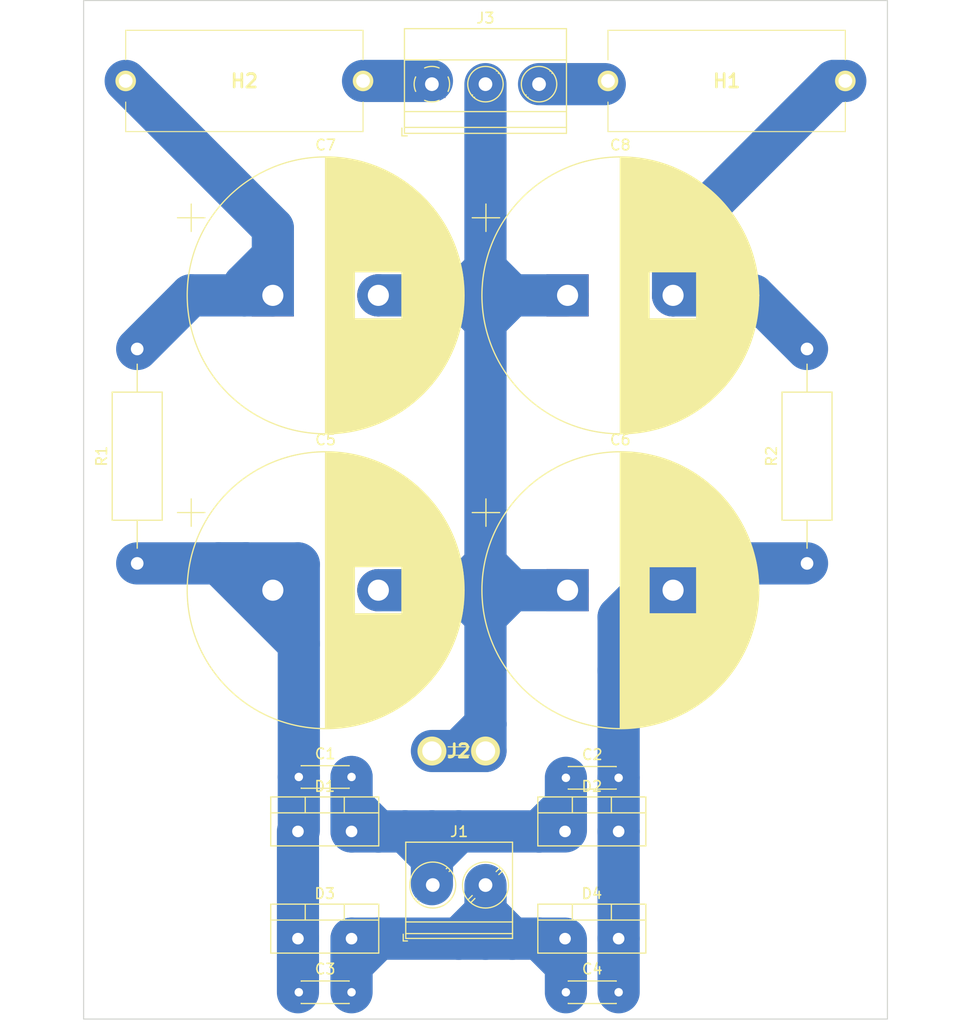
<source format=kicad_pcb>
(kicad_pcb (version 20221018) (generator pcbnew)
  (layers (0 "F.Cu" signal) (31 "B.Cu" signal) (34 "B.Paste" user) (35 "F.Paste" user) (36 "B.SilkS" user "B.Silkscreen") (37 "F.SilkS" user "F.Silkscreen") (38 "B.Mask" user) (39 "F.Mask" user) (44 "Edge.Cuts" user))
  (net 0 "")
  (net 1 "/POS_Rail")
  (net 2 "/AC1")
  (net 3 "/NEG_Rail")
  (net 4 "/AC2")
  (net 5 "/GND")
  (net 6 "Net-(C7-Pad1)")
  (net 7 "Net-(C8-Pad2)")
  (net 8 "/NEG_Out")
  (net 9 "/POS_Out")
  (footprint "MountingHole:MountingHole_3.2mm_M3_ISO7380" (layer "F.Cu") (at 116.84 137.16)
    (fp_text reference "REF**" hide)
    (fp_text value "MountingHole_3.2mm_M3_ISO7380")
    (pad "" np_thru_hole circle (at 0 0) (size 3.2 3.2) (drill 3.2) (layers "F&B.Cu" "*.Mask"))
  )
  (footprint "Capacitor_THT:C_Disc_D4.3mm_W1.9mm_P5.00mm" (layer "F.Cu") (at 66.12 139.7)
    (fp_text reference "C3" (at 2.5 -2.2) (layer "F.SilkS"))
    (fp_text value "C")
    (pad "1" thru_hole circle (at 0 0) (size 1.6 1.6) (drill 0.8) (layers "*.Cu" "*.Mask") (net 1 "/POS_Rail"))
    (pad "2" thru_hole circle (at 5 0) (size 1.6 1.6) (drill 0.8) (layers "*.Cu" "*.Mask") (net 4 "/AC2"))
  )
  (footprint "MountingHole:MountingHole_3.2mm_M3_ISO7380" (layer "F.Cu") (at 50.8 66.04)
    (fp_text reference "REF**" hide)
    (fp_text value "MountingHole_3.2mm_M3_ISO7380")
    (pad "" np_thru_hole circle (at 0 0) (size 3.2 3.2) (drill 3.2) (layers "*.Cu" "*.Mask"))
  )
  (footprint "Package_TO_SOT_THT:TO-220-2_Vertical" (layer "F.Cu") (at 91.36 134.62)
    (fp_text reference "D4" (at 2.54 -4.27) (layer "F.SilkS"))
    (fp_text value "BY229-600")
    (pad "1" thru_hole rect (at 0 0) (size 2 2) (drill 1.1) (layers "*.Cu" "*.Mask") (net 4 "/AC2"))
    (pad "2" thru_hole oval (at 5.08 0) (size 2 2) (drill 1.1) (layers "*.Cu" "*.Mask") (net 3 "/NEG_Rail"))
  )
  (footprint "library:65600001009" (layer "F.Cu") (at 60.96 53.34 180)
    (fp_text reference "H2" (at 0 0) (layer "F.SilkS") (effects (font (size 1.27 1.27) (thickness 0.254))))
    (fp_text value "65600001009" hide)
    (pad "1" thru_hole circle (at -11.25 0 270) (size 1.95 1.95) (drill 1.3) (layers "*.Cu" "*.Mask" "F.SilkS") (net 9 "/POS_Out"))
    (pad "2" thru_hole circle (at 11.25 0 270) (size 1.95 1.95) (drill 1.3) (layers "*.Cu" "*.Mask" "F.SilkS") (net 6 "Net-(C7-Pad1)"))
  )
  (footprint "Capacitor_THT:C_Disc_D4.3mm_W1.9mm_P5.00mm" (layer "F.Cu") (at 66.12 119.3)
    (fp_text reference "C1" (at 2.5 -2.2) (layer "F.SilkS"))
    (fp_text value "C")
    (pad "1" thru_hole circle (at 0 0) (size 1.6 1.6) (drill 0.8) (layers "*.Cu" "*.Mask") (net 1 "/POS_Rail"))
    (pad "2" thru_hole circle (at 5 0) (size 1.6 1.6) (drill 0.8) (layers "*.Cu" "*.Mask") (net 2 "/AC1"))
  )
  (footprint "library:17263862" (layer "F.Cu") (at 78.74 116.84)
    (fp_text reference "J2" (at 2.54 0) (layer "F.SilkS") (effects (font (size 1.27 1.27) (thickness 0.254))))
    (fp_text value "1-726386-2" hide)
    (pad "1" thru_hole circle (at 0 0 90) (size 2.745 2.745) (drill 1.83) (layers "*.Cu" "*.Mask" "F.SilkS") (net 5 "/GND"))
    (pad "2" thru_hole circle (at 5.08 0 90) (size 2.745 2.745) (drill 1.83) (layers "*.Cu" "*.Mask" "F.SilkS") (net 5 "/GND"))
  )
  (footprint "Capacitor_THT:CP_Radial_D26.0mm_P10.00mm_SnapIn" (layer "F.Cu") (at 63.66 101.6)
    (fp_text reference "C5" (at 5 -14.25) (layer "F.SilkS"))
    (fp_text value "4700uF")
    (pad "1" thru_hole rect (at 0 0) (size 4 4) (drill 2) (layers "*.Cu" "*.Mask") (net 1 "/POS_Rail"))
    (pad "2" thru_hole circle (at 10 0) (size 4 4) (drill 2) (layers "*.Cu" "*.Mask") (net 5 "/GND"))
  )
  (footprint "Package_TO_SOT_THT:TO-220-2_Vertical" (layer "F.Cu") (at 91.36 124.46)
    (fp_text reference "D2" (at 2.54 -4.27) (layer "F.SilkS"))
    (fp_text value "BY229-600")
    (pad "1" thru_hole rect (at 0 0) (size 2 2) (drill 1.1) (layers "*.Cu" "*.Mask") (net 2 "/AC1"))
    (pad "2" thru_hole oval (at 5.08 0) (size 2 2) (drill 1.1) (layers "*.Cu" "*.Mask") (net 3 "/NEG_Rail"))
  )
  (footprint "Capacitor_THT:CP_Radial_D26.0mm_P10.00mm_SnapIn" (layer "F.Cu") (at 91.6 101.6)
    (fp_text reference "C6" (at 5 -14.25) (layer "F.SilkS"))
    (fp_text value "4700uF")
    (pad "1" thru_hole rect (at 0 0) (size 4 4) (drill 2) (layers "*.Cu" "*.Mask") (net 5 "/GND"))
    (pad "2" thru_hole circle (at 10 0) (size 4 4) (drill 2) (layers "*.Cu" "*.Mask") (net 3 "/NEG_Rail"))
  )
  (footprint "MountingHole:MountingHole_3.2mm_M3_ISO7380" (layer "F.Cu") (at 50.8 137.16)
    (fp_text reference "REF**" hide)
    (fp_text value "MountingHole_3.2mm_M3_ISO7380")
    (pad "" np_thru_hole circle (at 0 0) (size 3.2 3.2) (drill 3.2) (layers "F&B.Cu" "*.Mask"))
  )
  (footprint "TerminalBlock_Phoenix:TerminalBlock_Phoenix_MKDS-1,5-3-5.08_1x03_P5.08mm_Horizontal" (layer "F.Cu") (at 78.735 53.645)
    (fp_text reference "J3" (at 5.08 -6.26) (layer "F.SilkS"))
    (fp_text value "Screw_Terminal_01x03")
    (pad "1" thru_hole rect (at 0 0) (size 2.6 2.6) (drill 1.3) (layers "*.Cu" "*.Mask") (net 9 "/POS_Out"))
    (pad "2" thru_hole circle (at 5.08 0) (size 2.6 2.6) (drill 1.3) (layers "*.Cu" "*.Mask") (net 5 "/GND"))
    (pad "3" thru_hole circle (at 10.16 0) (size 2.6 2.6) (drill 1.3) (layers "*.Cu" "*.Mask") (net 8 "/NEG_Out"))
  )
  (footprint "Capacitor_THT:CP_Radial_D26.0mm_P10.00mm_SnapIn" (layer "F.Cu") (at 63.66 73.66)
    (fp_text reference "C7" (at 5 -14.25) (layer "F.SilkS"))
    (fp_text value "4700uF")
    (pad "1" thru_hole rect (at 0 0) (size 4 4) (drill 2) (layers "*.Cu" "*.Mask") (net 6 "Net-(C7-Pad1)"))
    (pad "2" thru_hole circle (at 10 0) (size 4 4) (drill 2) (layers "*.Cu" "*.Mask") (net 5 "/GND"))
  )
  (footprint "TerminalBlock_Phoenix:TerminalBlock_Phoenix_PT-1,5-2-5.0-H_1x02_P5.00mm_Horizontal" (layer "F.Cu") (at 78.82 129.54)
    (fp_text reference "J1" (at 2.5 -5.06) (layer "F.SilkS"))
    (fp_text value "Screw_Terminal_01x02")
    (pad "1" thru_hole rect (at 0 0) (size 2.6 2.6) (drill 1.3) (layers "*.Cu" "*.Mask") (net 2 "/AC1"))
    (pad "2" thru_hole circle (at 5 0) (size 2.6 2.6) (drill 1.3) (layers "*.Cu" "*.Mask") (net 4 "/AC2"))
  )
  (footprint "MountingHole:MountingHole_3.2mm_M3_ISO7380" (layer "F.Cu") (at 116.84 66.04)
    (fp_text reference "REF**" hide)
    (fp_text value "MountingHole_3.2mm_M3_ISO7380")
    (pad "" np_thru_hole circle (at 0 0) (size 3.2 3.2) (drill 3.2) (layers "F&B.Cu" "*.Mask"))
  )
  (footprint "Resistor_THT:R_Axial_DIN0414_L11.9mm_D4.5mm_P20.32mm_Horizontal" (layer "F.Cu") (at 114.3 99.06 90)
    (fp_text reference "R2" (at 10.16 -3.37 90) (layer "F.SilkS"))
    (fp_text value "R")
    (pad "1" thru_hole circle (at 0 0 90) (size 2.4 2.4) (drill 1.2) (layers "*.Cu" "*.Mask") (net 3 "/NEG_Rail"))
    (pad "2" thru_hole oval (at 20.32 0 90) (size 2.4 2.4) (drill 1.2) (layers "*.Cu" "*.Mask") (net 7 "Net-(C8-Pad2)"))
  )
  (footprint "Capacitor_THT:C_Disc_D4.3mm_W1.9mm_P5.00mm" (layer "F.Cu") (at 91.44 139.7)
    (fp_text reference "C4" (at 2.5 -2.2) (layer "F.SilkS"))
    (fp_text value "C")
    (pad "1" thru_hole circle (at 0 0) (size 1.6 1.6) (drill 0.8) (layers "*.Cu" "*.Mask") (net 4 "/AC2"))
    (pad "2" thru_hole circle (at 5 0) (size 1.6 1.6) (drill 0.8) (layers "*.Cu" "*.Mask") (net 3 "/NEG_Rail"))
  )
  (footprint "library:65600001009" (layer "F.Cu") (at 106.68 53.34 180)
    (fp_text reference "H1" (at 0 0) (layer "F.SilkS") (effects (font (size 1.27 1.27) (thickness 0.254))))
    (fp_text value "65600001009" hide)
    (pad "1" thru_hole circle (at -11.25 0 270) (size 1.95 1.95) (drill 1.3) (layers "*.Cu" "*.Mask" "F.SilkS") (net 7 "Net-(C8-Pad2)"))
    (pad "2" thru_hole circle (at 11.25 0 270) (size 1.95 1.95) (drill 1.3) (layers "*.Cu" "*.Mask" "F.SilkS") (net 8 "/NEG_Out"))
  )
  (footprint "Package_TO_SOT_THT:TO-220-2_Vertical" (layer "F.Cu") (at 66.04 134.62)
    (fp_text reference "D3" (at 2.54 -4.27) (layer "F.SilkS"))
    (fp_text value "BY229-600")
    (pad "1" thru_hole rect (at 0 0) (size 2 2) (drill 1.1) (layers "*.Cu" "*.Mask") (net 1 "/POS_Rail"))
    (pad "2" thru_hole oval (at 5.08 0) (size 2 2) (drill 1.1) (layers "*.Cu" "*.Mask") (net 4 "/AC2"))
  )
  (footprint "Package_TO_SOT_THT:TO-220-2_Vertical" (layer "F.Cu") (at 66.04 124.46)
    (fp_text reference "D1" (at 2.54 -4.27) (layer "F.SilkS"))
    (fp_text value "BY229-600")
    (pad "1" thru_hole rect (at 0 0) (size 2 2) (drill 1.1) (layers "*.Cu" "*.Mask") (net 1 "/POS_Rail"))
    (pad "2" thru_hole oval (at 5.08 0) (size 2 2) (drill 1.1) (layers "*.Cu" "*.Mask") (net 2 "/AC1"))
  )
  (footprint "Capacitor_THT:C_Disc_D4.3mm_W1.9mm_P5.00mm" (layer "F.Cu") (at 91.44 119.38)
    (fp_text reference "C2" (at 2.5 -2.2) (layer "F.SilkS"))
    (fp_text value "C")
    (pad "1" thru_hole circle (at 0 0) (size 1.6 1.6) (drill 0.8) (layers "*.Cu" "*.Mask") (net 2 "/AC1"))
    (pad "2" thru_hole circle (at 5 0) (size 1.6 1.6) (drill 0.8) (layers "*.Cu" "*.Mask") (net 3 "/NEG_Rail"))
  )
  (footprint "LOGO" (layer "F.Cu") (at 114.3 121.92 -90)
    (fp_text reference "" (at 0 0 90) (layer "F.SilkS") (effects (font (size 1.5 1.5) (thickness 0.3))))
    (fp_text value "LOGO" hide)
  )
  (footprint "Capacitor_THT:CP_Radial_D26.0mm_P10.00mm_SnapIn" (layer "F.Cu") (at 91.6 73.66)
    (fp_text reference "C8" (at 5 -14.25) (layer "F.SilkS"))
    (fp_text value "4700uF")
    (pad "1" thru_hole rect (at 0 0) (size 4 4) (drill 2) (layers "*.Cu" "*.Mask") (net 5 "/GND"))
    (pad "2" thru_hole circle (at 10 0) (size 4 4) (drill 2) (layers "*.Cu" "*.Mask") (net 7 "Net-(C8-Pad2)"))
  )
  (footprint "Resistor_THT:R_Axial_DIN0414_L11.9mm_D4.5mm_P20.32mm_Horizontal" (layer "F.Cu") (at 50.8 99.06 90)
    (fp_text reference "R1" (at 10.16 -3.37 90) (layer "F.SilkS"))
    (fp_text value "R")
    (pad "1" thru_hole circle (at 0 0 90) (size 2.4 2.4) (drill 1.2) (layers "*.Cu" "*.Mask") (net 1 "/POS_Rail"))
    (pad "2" thru_hole oval (at 20.32 0 90) (size 2.4 2.4) (drill 1.2) (layers "*.Cu" "*.Mask") (net 6 "Net-(C7-Pad1)"))
  )
  (gr_rect (start 45.72 45.72) (end 121.92 142.24) (stroke (width 0.1)) (fill none) (layer "Edge.Cuts"))
  (segment (start 66.04 124.46) (end 66.04 134.62) (width 4) (layer "B.Cu") (net 1))
  (segment (start 66.12 99.14) (end 66.12 119.3) (width 4) (layer "B.Cu") (net 1))
  (segment (start 61.12 99.06) (end 58.5 99.06) (width 4) (layer "B.Cu") (net 1))
  (segment (start 50.8 99.06) (end 61.12 99.06) (width 4) (layer "B.Cu") (net 1))
  (segment (start 66.12 119.3) (end 66.12 124.38) (width 4) (layer "B.Cu") (net 1))
  (segment (start 66.12 124.38) (end 66.04 124.46) (width 0.25) (layer "B.Cu") (net 1))
  (segment (start 58.5 99.06) (end 66.12 106.68) (width 4) (layer "B.Cu") (net 1))
  (segment (start 66.04 99.06) (end 66.12 99.14) (width 4) (layer "B.Cu") (net 1))
  (segment (start 66.04 139.7) (end 66.04 134.62) (width 4) (layer "B.Cu") (net 1))
  (segment (start 61.12 99.06) (end 66.04 99.06) (width 4) (layer "B.Cu") (net 1))
  (segment (start 61.12 99.06) (end 63.66 101.6) (width 4) (layer "B.Cu") (net 1))
  (segment (start 66.12 139.7) (end 66.04 139.7) (width 0.25) (layer "B.Cu") (net 1))
  (segment (start 71.12 121.92) (end 71.12 119.3) (width 4) (layer "B.Cu") (net 2))
  (segment (start 81.28 124.46) (end 88.9 124.46) (width 4) (layer "B.Cu") (net 2))
  (segment (start 91.44 124.38) (end 91.36 124.46) (width 0.25) (layer "B.Cu") (net 2))
  (segment (start 78.74 124.46) (end 81.28 124.46) (width 4) (layer "B.Cu") (net 2))
  (segment (start 88.9 124.46) (end 91.36 124.46) (width 4) (layer "B.Cu") (net 2))
  (segment (start 78.74 127) (end 78.74 124.46) (width 4) (layer "B.Cu") (net 2))
  (segment (start 76.2 124.46) (end 78.74 124.46) (width 4) (layer "B.Cu") (net 2))
  (segment (start 71.12 124.46) (end 73.66 124.46) (width 4) (layer "B.Cu") (net 2))
  (segment (start 78.82 129.54) (end 78.74 129.46) (width 0.25) (layer "B.Cu") (net 2))
  (segment (start 91.44 119.38) (end 91.44 121.92) (width 4) (layer "B.Cu") (net 2))
  (segment (start 78.74 127) (end 81.28 124.46) (width 4) (layer "B.Cu") (net 2))
  (segment (start 73.66 124.46) (end 71.12 121.92) (width 4) (layer "B.Cu") (net 2))
  (segment (start 71.12 119.3) (end 71.12 124.46) (width 4) (layer "B.Cu") (net 2))
  (segment (start 73.66 124.46) (end 76.2 124.46) (width 4) (layer "B.Cu") (net 2))
  (segment (start 88.9 124.46) (end 91.44 121.92) (width 4) (layer "B.Cu") (net 2))
  (segment (start 91.44 121.92) (end 91.44 124.38) (width 4) (layer "B.Cu") (net 2))
  (segment (start 78.74 129.46) (end 78.74 127) (width 4) (layer "B.Cu") (net 2))
  (segment (start 76.2 124.46) (end 78.74 127) (width 4) (layer "B.Cu") (net 2))
  (segment (start 96.44 104.14) (end 98.98 101.6) (width 4) (layer "B.Cu") (net 3))
  (segment (start 96.52 109.22) (end 106.68 99.06) (width 4) (layer "B.Cu") (net 3))
  (segment (start 96.44 134.62) (end 96.44 124.46) (width 4) (layer "B.Cu") (net 3))
  (segment (start 96.44 124.46) (end 96.44 119.38) (width 4) (layer "B.Cu") (net 3))
  (segment (start 96.44 139.7) (end 96.44 134.62) (width 4) (layer "B.Cu") (net 3))
  (segment (start 96.44 109.22) (end 96.52 109.22) (width 4) (layer "B.Cu") (net 3))
  (segment (start 96.44 119.38) (end 96.44 104.14) (width 4) (layer "B.Cu") (net 3))
  (segment (start 114.3 99.06) (end 101.52 99.06) (width 4) (layer "B.Cu") (net 3))
  (segment (start 101.52 99.06) (end 98.98 101.6) (width 4) (layer "B.Cu") (net 3))
  (segment (start 73.66 134.62) (end 81.28 134.62) (width 4) (layer "B.Cu") (net 4))
  (segment (start 83.82 132.08) (end 86.36 134.62) (width 4) (layer "B.Cu") (net 4))
  (segment (start 71.12 137.16) (end 71.12 134.62) (width 4) (layer "B.Cu") (net 4))
  (segment (start 86.36 134.62) (end 88.9 134.62) (width 4) (layer "B.Cu") (net 4))
  (segment (start 71.12 139.7) (end 71.12 137.16) (width 4) (layer "B.Cu") (net 4))
  (segment (start 83.82 129.54) (end 83.82 132.08) (width 4) (layer "B.Cu") (net 4))
  (segment (start 91.44 137.16) (end 91.44 134.7) (width 4) (layer "B.Cu") (net 4))
  (segment (start 91.44 134.7) (end 91.36 134.62) (width 0.25) (layer "B.Cu") (net 4))
  (segment (start 83.82 134.62) (end 86.36 134.62) (width 4) (layer "B.Cu") (net 4))
  (segment (start 71.12 134.62) (end 73.66 134.62) (width 4) (layer "B.Cu") (net 4))
  (segment (start 81.28 134.62) (end 83.82 134.62) (width 4) (layer "B.Cu") (net 4))
  (segment (start 88.9 134.62) (end 91.36 134.62) (width 4) (layer "B.Cu") (net 4))
  (segment (start 71.12 137.16) (end 73.66 134.62) (width 4) (layer "B.Cu") (net 4))
  (segment (start 81.28 134.62) (end 83.82 132.08) (width 4) (layer "B.Cu") (net 4))
  (segment (start 88.9 134.62) (end 91.44 137.16) (width 4) (layer "B.Cu") (net 4))
  (segment (start 91.44 139.7) (end 91.44 137.16) (width 4) (layer "B.Cu") (net 4))
  (segment (start 83.82 132.08) (end 83.82 134.62) (width 4) (layer "B.Cu") (net 4))
  (segment (start 83.815 53.645) (end 83.815 71.12) (width 4) (layer "B.Cu") (net 5))
  (segment (start 86.36 73.66) (end 83.815 73.66) (width 4) (layer "B.Cu") (net 5))
  (segment (start 91.6 73.66) (end 86.36 73.66) (width 4) (layer "B.Cu") (net 5))
  (segment (start 86.355 101.6) (end 83.815 104.14) (width 4) (layer "B.Cu") (net 5))
  (segment (start 81.28 101.6) (end 86.36 101.6) (width 4) (layer "B.Cu") (net 5))
  (segment (start 81.28 101.6) (end 83.82 99.06) (width 4) (layer "B.Cu") (net 5))
  (segment (start 86.355 73.66) (end 83.815 76.2) (width 4) (layer "B.Cu") (net 5))
  (segment (start 86.36 101.6) (end 91.6 101.6) (width 4) (layer "B.Cu") (net 5))
  (segment (start 83.82 99.06) (end 86.36 101.6) (width 4) (layer "B.Cu") (net 5))
  (segment (start 83.815 76.2) (end 83.815 76.195) (width 4) (layer "B.Cu") (net 5))
  (segment (start 78.74 116.84) (end 81.28 116.84) (width 4) (layer "B.Cu") (net 5))
  (segment (start 83.82 71.12) (end 86.36 73.66) (width 4) (layer "B.Cu") (net 5))
  (segment (start 83.815 99.06) (end 83.82 99.06) (width 4) (layer "B.Cu") (net 5))
  (segment (start 83.815 76.2) (end 83.815 99.06) (width 4) (layer "B.Cu") (net 5))
  (segment (start 83.815 71.12) (end 83.815 71.125) (width 4) (layer "B.Cu") (net 5))
  (segment (start 83.815 71.12) (end 83.815 73.66) (width 4) (layer "B.Cu") (net 5))
  (segment (start 86.36 73.66) (end 86.355 73.66) (width 4) (layer "B.Cu") (net 5))
  (segment (start 83.815 71.12) (end 83.82 71.12) (width 4) (layer "B.Cu") (net 5))
  (segment (start 83.815 73.66) (end 83.815 76.2) (width 4) (layer "B.Cu") (net 5))
  (segment (start 83.815 104.14) (end 83.815 104.135) (width 4) (layer "B.Cu") (net 5))
  (segment (start 81.28 116.84) (end 81.28 116.835) (width 4) (layer "B.Cu") (net 5))
  (segment (start 83.815 76.195) (end 81.28 73.66) (width 4) (layer "B.Cu") (net 5))
  (segment (start 83.815 104.135) (end 81.28 101.6) (width 4) (layer "B.Cu") (net 5))
  (segment (start 73.66 101.6) (end 81.28 101.6) (width 4) (layer "B.Cu") (net 5))
  (segment (start 86.36 101.6) (end 86.355 101.6) (width 4) (layer "B.Cu") (net 5))
  (segment (start 83.815 99.06) (end 83.815 104.14) (width 4) (layer "B.Cu") (net 5))
  (segment (start 83.815 104.14) (end 83.815 114.3) (width 4) (layer "B.Cu") (net 5))
  (segment (start 73.66 73.66) (end 81.28 73.66) (width 4) (layer "B.Cu") (net 5))
  (segment (start 83.815 116.835) (end 83.82 116.84) (width 0.25) (layer "B.Cu") (net 5))
  (segment (start 83.815 71.125) (end 81.28 73.66) (width 4) (layer "B.Cu") (net 5))
  (segment (start 81.28 73.66) (end 83.815 73.66) (width 4) (layer "B.Cu") (net 5))
  (segment (start 81.28 116.835) (end 83.815 114.3) (width 4) (layer "B.Cu") (net 5))
  (segment (start 83.815 114.3) (end 83.815 116.835) (width 4) (layer "B.Cu") (net 5))
  (segment (start 81.28 116.84) (end 83.82 116.84) (width 4) (layer "B.Cu") (net 5))
  (segment (start 60.96 73.66) (end 55.88 73.66) (width 4) (layer "B.Cu") (net 6))
  (segment (start 63.66 73.66) (end 60.96 73.66) (width 4) (layer "B.Cu") (net 6))
  (segment (start 63.66 67.29) (end 49.71 53.34) (width 4) (layer "B.Cu") (net 6))
  (segment (start 60.96 73.66) (end 60.96 72.63) (width 4) (layer "B.Cu") (net 6))
  (segment (start 63.66 68.58) (end 63.66 67.29) (width 4) (layer "B.Cu") (net 6))
  (segment (start 63.66 73.66) (end 63.66 68.58) (width 4) (layer "B.Cu") (net 6))
  (segment (start 60.96 72.63) (end 63.66 69.93) (width 4) (layer "B.Cu") (net 6))
  (segment (start 55.88 73.66) (end 50.8 78.74) (width 4) (layer "B.Cu") (net 6))
  (segment (start 116.84 53.34) (end 101.6 68.58) (width 4) (layer "B.Cu") (net 7))
  (segment (start 109.22 73.66) (end 114.3 78.74) (width 4) (layer "B.Cu") (net 7))
  (segment (start 106.68 73.66) (end 101.6 68.58) (width 4) (layer "B.Cu") (net 7))
  (segment (start 104.14 73.66) (end 106.68 73.66) (width 4) (layer "B.Cu") (net 7))
  (segment (start 117.93 53.34) (end 116.84 53.34) (width 4) (layer "B.Cu") (net 7))
  (segment (start 101.6 73.66) (end 104.14 73.66) (width 4) (layer "B.Cu") (net 7))
  (segment (start 101.6 68.58) (end 101.6 69.67) (width 4) (layer "B.Cu") (net 7))
  (segment (start 101.6 69.67) (end 101.6 73.66) (width 0.25) (layer "B.Cu") (net 7))
  (segment (start 101.6 73.66) (end 101.6 68.58) (width 4) (layer "B.Cu") (net 7))
  (segment (start 104.14 73.66) (end 109.22 73.66) (width 4) (layer "B.Cu") (net 7))
  (segment (start 95.125 53.645) (end 95.43 53.34) (width 0.25) (layer "B.Cu") (net 8))
  (segment (start 88.895 53.645) (end 95.125 53.645) (width 4) (layer "B.Cu") (net 8))
  (segment (start 78.74 53.34) (end 72.21 53.34) (width 4) (layer "B.Cu") (net 9))
  (segment (start 78.735 53.645) (end 78.735 53.345) (width 0.25) (layer "B.Cu") (net 9))
  (segment (start 78.735 53.345) (end 78.74 53.34) (width 0.25) (layer "B.Cu") (net 9))
)
</source>
